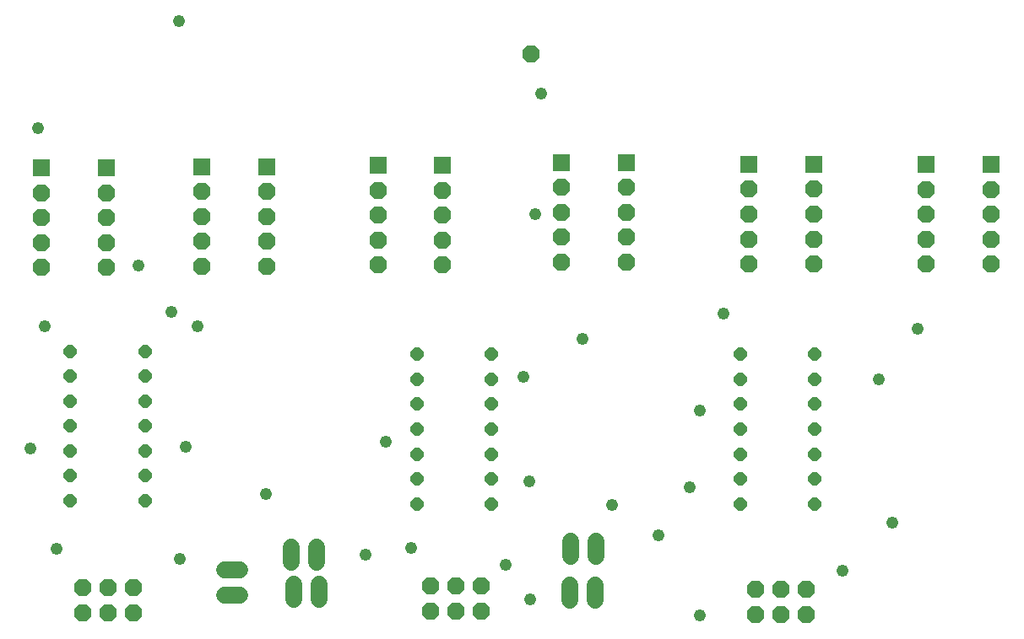
<source format=gbr>
G04 EAGLE Gerber RS-274X export*
G75*
%MOMM*%
%FSLAX34Y34*%
%LPD*%
%INSoldermask Top*%
%IPPOS*%
%AMOC8*
5,1,8,0,0,1.08239X$1,22.5*%
G01*
%ADD10C,1.727200*%
%ADD11P,1.869504X8X22.500000*%
%ADD12P,1.419230X8X22.500000*%
%ADD13R,1.711200X1.711200*%
%ADD14P,1.852186X8X22.500000*%
%ADD15C,1.209600*%


D10*
X242880Y121600D02*
X258120Y121600D01*
X258120Y96200D02*
X242880Y96200D01*
D11*
X449200Y79900D03*
X449200Y105300D03*
X474600Y79900D03*
X474600Y105300D03*
X500000Y79900D03*
X500000Y105300D03*
X100300Y78900D03*
X100300Y104300D03*
X125700Y78900D03*
X125700Y104300D03*
X151100Y78900D03*
X151100Y104300D03*
D10*
X615100Y134880D02*
X615100Y150120D01*
X589700Y150120D02*
X589700Y134880D01*
X334800Y129380D02*
X334800Y144620D01*
X309400Y144620D02*
X309400Y129380D01*
D11*
X775400Y76900D03*
X775400Y102300D03*
X800800Y76900D03*
X800800Y102300D03*
X826200Y76900D03*
X826200Y102300D03*
D10*
X312300Y107120D02*
X312300Y91880D01*
X337700Y91880D02*
X337700Y107120D01*
X589000Y106120D02*
X589000Y90880D01*
X614400Y90880D02*
X614400Y106120D01*
D12*
X88100Y341100D03*
X163100Y341100D03*
X88100Y316100D03*
X88100Y291100D03*
X88100Y266100D03*
X88100Y241100D03*
X88100Y216100D03*
X88100Y191100D03*
X163100Y316100D03*
X163100Y291100D03*
X163100Y266100D03*
X163100Y241100D03*
X163100Y216100D03*
X163100Y191100D03*
D13*
X768300Y529000D03*
X833300Y529000D03*
D14*
X768300Y504000D03*
X833300Y504000D03*
X768300Y479000D03*
X833300Y479000D03*
X768300Y454000D03*
X833300Y454000D03*
X768300Y429000D03*
X833300Y429000D03*
D12*
X759900Y338100D03*
X834900Y338100D03*
X759900Y313100D03*
X759900Y288100D03*
X759900Y263100D03*
X759900Y238100D03*
X759900Y213100D03*
X759900Y188100D03*
X834900Y313100D03*
X834900Y288100D03*
X834900Y263100D03*
X834900Y238100D03*
X834900Y213100D03*
X834900Y188100D03*
D13*
X946100Y528800D03*
X1011100Y528800D03*
D14*
X946100Y503800D03*
X1011100Y503800D03*
X946100Y478800D03*
X1011100Y478800D03*
X946100Y453800D03*
X1011100Y453800D03*
X946100Y428800D03*
X1011100Y428800D03*
D13*
X580800Y530800D03*
X645800Y530800D03*
D14*
X580800Y505800D03*
X645800Y505800D03*
X580800Y480800D03*
X645800Y480800D03*
X580800Y455800D03*
X645800Y455800D03*
X580800Y430800D03*
X645800Y430800D03*
D13*
X396500Y527800D03*
X461500Y527800D03*
D14*
X396500Y502800D03*
X461500Y502800D03*
X396500Y477800D03*
X461500Y477800D03*
X396500Y452800D03*
X461500Y452800D03*
X396500Y427800D03*
X461500Y427800D03*
D13*
X220200Y526800D03*
X285200Y526800D03*
D14*
X220200Y501800D03*
X285200Y501800D03*
X220200Y476800D03*
X285200Y476800D03*
X220200Y451800D03*
X285200Y451800D03*
X220200Y426800D03*
X285200Y426800D03*
D13*
X59100Y525500D03*
X124100Y525500D03*
D14*
X59100Y500500D03*
X124100Y500500D03*
X59100Y475500D03*
X124100Y475500D03*
X59100Y450500D03*
X124100Y450500D03*
X59100Y425500D03*
X124100Y425500D03*
D12*
X435500Y338100D03*
X510500Y338100D03*
X435500Y313100D03*
X435500Y288100D03*
X435500Y263100D03*
X435500Y238100D03*
X435500Y213100D03*
X435500Y188100D03*
X510500Y313100D03*
X510500Y288100D03*
X510500Y263100D03*
X510500Y238100D03*
X510500Y213100D03*
X510500Y188100D03*
D11*
X550000Y640000D03*
D15*
X216000Y366000D03*
X204000Y245000D03*
X74000Y143000D03*
X430000Y144000D03*
X548000Y211000D03*
X542500Y315500D03*
X56000Y565000D03*
X899000Y313000D03*
X912000Y169000D03*
X719000Y76000D03*
X601500Y353500D03*
X197000Y673000D03*
X284000Y198000D03*
X198000Y133000D03*
X549000Y92000D03*
X631000Y187000D03*
X525000Y127000D03*
X384000Y137000D03*
X862500Y120500D03*
X677500Y156500D03*
X743000Y379000D03*
X719000Y282000D03*
X938000Y364000D03*
X709000Y205000D03*
X554000Y479000D03*
X404000Y250000D03*
X156000Y427000D03*
X48000Y244000D03*
X62000Y366000D03*
X189000Y381000D03*
X560000Y600000D03*
M02*

</source>
